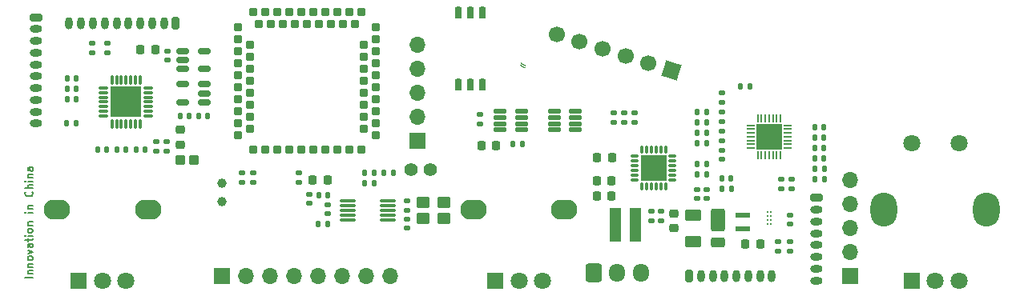
<source format=gbr>
%TF.GenerationSoftware,KiCad,Pcbnew,9.0.1+1*%
%TF.CreationDate,2025-05-26T16:30:20+08:00*%
%TF.ProjectId,audio_lab,61756469-6f5f-46c6-9162-2e6b69636164,rev?*%
%TF.SameCoordinates,Original*%
%TF.FileFunction,Soldermask,Top*%
%TF.FilePolarity,Negative*%
%FSLAX46Y46*%
G04 Gerber Fmt 4.6, Leading zero omitted, Abs format (unit mm)*
G04 Created by KiCad (PCBNEW 9.0.1+1) date 2025-05-26 16:30:20*
%MOMM*%
%LPD*%
G01*
G04 APERTURE LIST*
G04 Aperture macros list*
%AMRoundRect*
0 Rectangle with rounded corners*
0 $1 Rounding radius*
0 $2 $3 $4 $5 $6 $7 $8 $9 X,Y pos of 4 corners*
0 Add a 4 corners polygon primitive as box body*
4,1,4,$2,$3,$4,$5,$6,$7,$8,$9,$2,$3,0*
0 Add four circle primitives for the rounded corners*
1,1,$1+$1,$2,$3*
1,1,$1+$1,$4,$5*
1,1,$1+$1,$6,$7*
1,1,$1+$1,$8,$9*
0 Add four rect primitives between the rounded corners*
20,1,$1+$1,$2,$3,$4,$5,0*
20,1,$1+$1,$4,$5,$6,$7,0*
20,1,$1+$1,$6,$7,$8,$9,0*
20,1,$1+$1,$8,$9,$2,$3,0*%
%AMHorizOval*
0 Thick line with rounded ends*
0 $1 width*
0 $2 $3 position (X,Y) of the first rounded end (center of the circle)*
0 $4 $5 position (X,Y) of the second rounded end (center of the circle)*
0 Add line between two ends*
20,1,$1,$2,$3,$4,$5,0*
0 Add two circle primitives to create the rounded ends*
1,1,$1,$2,$3*
1,1,$1,$4,$5*%
%AMRotRect*
0 Rectangle, with rotation*
0 The origin of the aperture is its center*
0 $1 length*
0 $2 width*
0 $3 Rotation angle, in degrees counterclockwise*
0 Add horizontal line*
21,1,$1,$2,0,0,$3*%
G04 Aperture macros list end*
%ADD10C,0.100000*%
%ADD11C,0.152400*%
%ADD12RoundRect,0.150000X0.512500X0.150000X-0.512500X0.150000X-0.512500X-0.150000X0.512500X-0.150000X0*%
%ADD13RoundRect,0.135000X-0.185000X0.135000X-0.185000X-0.135000X0.185000X-0.135000X0.185000X0.135000X0*%
%ADD14RoundRect,0.140000X0.140000X0.170000X-0.140000X0.170000X-0.140000X-0.170000X0.140000X-0.170000X0*%
%ADD15RoundRect,0.140000X-0.170000X0.140000X-0.170000X-0.140000X0.170000X-0.140000X0.170000X0.140000X0*%
%ADD16RoundRect,0.075000X0.350000X0.075000X-0.350000X0.075000X-0.350000X-0.075000X0.350000X-0.075000X0*%
%ADD17RoundRect,0.075000X0.075000X0.350000X-0.075000X0.350000X-0.075000X-0.350000X0.075000X-0.350000X0*%
%ADD18R,2.700000X2.700000*%
%ADD19RoundRect,0.081000X0.324000X0.324000X-0.324000X0.324000X-0.324000X-0.324000X0.324000X-0.324000X0*%
%ADD20RoundRect,0.140000X0.170000X-0.140000X0.170000X0.140000X-0.170000X0.140000X-0.170000X-0.140000X0*%
%ADD21C,1.000000*%
%ADD22RoundRect,0.225000X-0.225000X-0.250000X0.225000X-0.250000X0.225000X0.250000X-0.225000X0.250000X0*%
%ADD23RoundRect,0.135000X0.135000X0.185000X-0.135000X0.185000X-0.135000X-0.185000X0.135000X-0.185000X0*%
%ADD24RoundRect,0.250000X0.500000X-0.950000X0.500000X0.950000X-0.500000X0.950000X-0.500000X-0.950000X0*%
%ADD25RoundRect,0.250000X0.500000X-0.275000X0.500000X0.275000X-0.500000X0.275000X-0.500000X-0.275000X0*%
%ADD26RoundRect,0.135000X0.185000X-0.135000X0.185000X0.135000X-0.185000X0.135000X-0.185000X-0.135000X0*%
%ADD27RoundRect,0.140000X-0.140000X-0.170000X0.140000X-0.170000X0.140000X0.170000X-0.140000X0.170000X0*%
%ADD28RoundRect,0.050000X-0.362500X-0.050000X0.362500X-0.050000X0.362500X0.050000X-0.362500X0.050000X0*%
%ADD29RoundRect,0.050000X-0.050000X-0.362500X0.050000X-0.362500X0.050000X0.362500X-0.050000X0.362500X0*%
%ADD30RoundRect,0.250000X0.450000X0.350000X-0.450000X0.350000X-0.450000X-0.350000X0.450000X-0.350000X0*%
%ADD31RoundRect,0.135000X-0.135000X-0.185000X0.135000X-0.185000X0.135000X0.185000X-0.135000X0.185000X0*%
%ADD32RoundRect,0.218750X-0.256250X0.218750X-0.256250X-0.218750X0.256250X-0.218750X0.256250X0.218750X0*%
%ADD33RoundRect,0.125000X0.537500X0.125000X-0.537500X0.125000X-0.537500X-0.125000X0.537500X-0.125000X0*%
%ADD34RoundRect,0.147500X-0.147500X-0.172500X0.147500X-0.172500X0.147500X0.172500X-0.147500X0.172500X0*%
%ADD35C,0.330000*%
%ADD36R,1.800000X1.800000*%
%ADD37C,1.800000*%
%ADD38O,2.800000X2.100000*%
%ADD39RoundRect,0.225000X0.225000X0.250000X-0.225000X0.250000X-0.225000X-0.250000X0.225000X-0.250000X0*%
%ADD40RoundRect,0.125000X-0.537500X-0.125000X0.537500X-0.125000X0.537500X0.125000X-0.537500X0.125000X0*%
%ADD41RoundRect,0.218750X-0.218750X-0.256250X0.218750X-0.256250X0.218750X0.256250X-0.218750X0.256250X0*%
%ADD42RoundRect,0.137500X-0.662500X0.137500X-0.662500X-0.137500X0.662500X-0.137500X0.662500X0.137500X0*%
%ADD43C,1.400000*%
%ADD44RoundRect,0.225000X-0.250000X0.225000X-0.250000X-0.225000X0.250000X-0.225000X0.250000X0.225000X0*%
%ADD45RoundRect,0.087500X0.725000X0.087500X-0.725000X0.087500X-0.725000X-0.087500X0.725000X-0.087500X0*%
%ADD46RoundRect,0.190000X-0.190000X0.445000X-0.190000X-0.445000X0.190000X-0.445000X0.190000X0.445000X0*%
%ADD47RoundRect,0.250000X-0.287500X-0.275000X0.287500X-0.275000X0.287500X0.275000X-0.287500X0.275000X0*%
%ADD48RoundRect,0.150000X-0.512500X-0.150000X0.512500X-0.150000X0.512500X0.150000X-0.512500X0.150000X0*%
%ADD49RoundRect,0.075000X0.412500X0.075000X-0.412500X0.075000X-0.412500X-0.075000X0.412500X-0.075000X0*%
%ADD50RoundRect,0.075000X0.075000X0.412500X-0.075000X0.412500X-0.075000X-0.412500X0.075000X-0.412500X0*%
%ADD51R,3.250000X3.250000*%
%ADD52O,2.800000X3.600000*%
%ADD53RoundRect,0.102000X0.500000X1.700000X-0.500000X1.700000X-0.500000X-1.700000X0.500000X-1.700000X0*%
%ADD54RoundRect,0.250000X0.625000X-0.375000X0.625000X0.375000X-0.625000X0.375000X-0.625000X-0.375000X0*%
%ADD55R,1.700000X1.700000*%
%ADD56O,1.700000X1.700000*%
%ADD57RotRect,1.700000X1.700000X72.699000*%
%ADD58HorizOval,1.700000X0.000000X0.000000X0.000000X0.000000X0*%
%ADD59RoundRect,0.200000X0.200000X0.450000X-0.200000X0.450000X-0.200000X-0.450000X0.200000X-0.450000X0*%
%ADD60O,0.800000X1.300000*%
%ADD61RoundRect,0.200000X-0.450000X0.200000X-0.450000X-0.200000X0.450000X-0.200000X0.450000X0.200000X0*%
%ADD62O,1.300000X0.800000*%
%ADD63RoundRect,0.250000X-0.600000X-0.725000X0.600000X-0.725000X0.600000X0.725000X-0.600000X0.725000X0*%
%ADD64O,1.700000X1.950000*%
%ADD65RoundRect,0.200000X-0.200000X-0.450000X0.200000X-0.450000X0.200000X0.450000X-0.200000X0.450000X0*%
G04 APERTURE END LIST*
D10*
X128625000Y-84687500D02*
X128634300Y-84694016D01*
X128643707Y-84700510D01*
X128653221Y-84706982D01*
X128662843Y-84713431D01*
X128672572Y-84719856D01*
X128682407Y-84726256D01*
X128692348Y-84732630D01*
X128702394Y-84738977D01*
X128712544Y-84745297D01*
X128722798Y-84751588D01*
X128733155Y-84757849D01*
X128743614Y-84764078D01*
X128754172Y-84770275D01*
X128764830Y-84776439D01*
X128775585Y-84782567D01*
X128786436Y-84788659D01*
X128797381Y-84794713D01*
X128808417Y-84800727D01*
X128819542Y-84806700D01*
X128830754Y-84812629D01*
X128842050Y-84818514D01*
X128853426Y-84824352D01*
X128864879Y-84830140D01*
X128876404Y-84835877D01*
X128887998Y-84841560D01*
X128899655Y-84847186D01*
X128911370Y-84852753D01*
X128923136Y-84858257D01*
X128934947Y-84863696D01*
X128946796Y-84869066D01*
X128958672Y-84874363D01*
X128970567Y-84879582D01*
X128982470Y-84884720D01*
X128994368Y-84889770D01*
X129006246Y-84894728D01*
X129018089Y-84899588D01*
X129029877Y-84904341D01*
X129041587Y-84908980D01*
X129053195Y-84913495D01*
X129064668Y-84917877D01*
X129075970Y-84922111D01*
X129087052Y-84926183D01*
X129097858Y-84930073D01*
X129108310Y-84933758D01*
X129118307Y-84937205D01*
X129127704Y-84940370D01*
X129136277Y-84943186D01*
X129143638Y-84945539D01*
X129148914Y-84947173D01*
X129150000Y-84947500D01*
X128675000Y-84462500D02*
X128683242Y-84468860D01*
X128691625Y-84475229D01*
X128700148Y-84481604D01*
X128708814Y-84487986D01*
X128717620Y-84494375D01*
X128726570Y-84500768D01*
X128735661Y-84507165D01*
X128744895Y-84513565D01*
X128754271Y-84519967D01*
X128763789Y-84526371D01*
X128773450Y-84532774D01*
X128783252Y-84539177D01*
X128793195Y-84545576D01*
X128803278Y-84551972D01*
X128813500Y-84558362D01*
X128823860Y-84564745D01*
X128834357Y-84571120D01*
X128844989Y-84577484D01*
X128855754Y-84583835D01*
X128866650Y-84590172D01*
X128877674Y-84596492D01*
X128888823Y-84602793D01*
X128900094Y-84609072D01*
X128911482Y-84615327D01*
X128922983Y-84621553D01*
X128934592Y-84627749D01*
X128946303Y-84633910D01*
X128958109Y-84640033D01*
X128970002Y-84646112D01*
X128981973Y-84652144D01*
X128994013Y-84658122D01*
X129006109Y-84664042D01*
X129018249Y-84669896D01*
X129030415Y-84675676D01*
X129042590Y-84681376D01*
X129054753Y-84686984D01*
X129066877Y-84692489D01*
X129078933Y-84697880D01*
X129090882Y-84703139D01*
X129102679Y-84708248D01*
X129114267Y-84713185D01*
X129125571Y-84717921D01*
X129136492Y-84722416D01*
X129146891Y-84726619D01*
X129156561Y-84730453D01*
X129165160Y-84733792D01*
X129171997Y-84736387D01*
X129175000Y-84737500D01*
D11*
X77142603Y-107193713D02*
X76329803Y-107193713D01*
X76600737Y-106806665D02*
X77142603Y-106806665D01*
X76678146Y-106806665D02*
X76639441Y-106767960D01*
X76639441Y-106767960D02*
X76600737Y-106690550D01*
X76600737Y-106690550D02*
X76600737Y-106574436D01*
X76600737Y-106574436D02*
X76639441Y-106497027D01*
X76639441Y-106497027D02*
X76716851Y-106458322D01*
X76716851Y-106458322D02*
X77142603Y-106458322D01*
X76600737Y-106071275D02*
X77142603Y-106071275D01*
X76678146Y-106071275D02*
X76639441Y-106032570D01*
X76639441Y-106032570D02*
X76600737Y-105955160D01*
X76600737Y-105955160D02*
X76600737Y-105839046D01*
X76600737Y-105839046D02*
X76639441Y-105761637D01*
X76639441Y-105761637D02*
X76716851Y-105722932D01*
X76716851Y-105722932D02*
X77142603Y-105722932D01*
X77142603Y-105219770D02*
X77103899Y-105297180D01*
X77103899Y-105297180D02*
X77065194Y-105335885D01*
X77065194Y-105335885D02*
X76987784Y-105374589D01*
X76987784Y-105374589D02*
X76755556Y-105374589D01*
X76755556Y-105374589D02*
X76678146Y-105335885D01*
X76678146Y-105335885D02*
X76639441Y-105297180D01*
X76639441Y-105297180D02*
X76600737Y-105219770D01*
X76600737Y-105219770D02*
X76600737Y-105103656D01*
X76600737Y-105103656D02*
X76639441Y-105026247D01*
X76639441Y-105026247D02*
X76678146Y-104987542D01*
X76678146Y-104987542D02*
X76755556Y-104948837D01*
X76755556Y-104948837D02*
X76987784Y-104948837D01*
X76987784Y-104948837D02*
X77065194Y-104987542D01*
X77065194Y-104987542D02*
X77103899Y-105026247D01*
X77103899Y-105026247D02*
X77142603Y-105103656D01*
X77142603Y-105103656D02*
X77142603Y-105219770D01*
X76600737Y-104677904D02*
X77142603Y-104484380D01*
X77142603Y-104484380D02*
X76600737Y-104290857D01*
X77142603Y-103632876D02*
X76716851Y-103632876D01*
X76716851Y-103632876D02*
X76639441Y-103671581D01*
X76639441Y-103671581D02*
X76600737Y-103748990D01*
X76600737Y-103748990D02*
X76600737Y-103903809D01*
X76600737Y-103903809D02*
X76639441Y-103981219D01*
X77103899Y-103632876D02*
X77142603Y-103710285D01*
X77142603Y-103710285D02*
X77142603Y-103903809D01*
X77142603Y-103903809D02*
X77103899Y-103981219D01*
X77103899Y-103981219D02*
X77026489Y-104019923D01*
X77026489Y-104019923D02*
X76949079Y-104019923D01*
X76949079Y-104019923D02*
X76871670Y-103981219D01*
X76871670Y-103981219D02*
X76832965Y-103903809D01*
X76832965Y-103903809D02*
X76832965Y-103710285D01*
X76832965Y-103710285D02*
X76794260Y-103632876D01*
X76600737Y-103361943D02*
X76600737Y-103052305D01*
X76329803Y-103245829D02*
X77026489Y-103245829D01*
X77026489Y-103245829D02*
X77103899Y-103207124D01*
X77103899Y-103207124D02*
X77142603Y-103129714D01*
X77142603Y-103129714D02*
X77142603Y-103052305D01*
X77142603Y-102781372D02*
X76600737Y-102781372D01*
X76329803Y-102781372D02*
X76368508Y-102820076D01*
X76368508Y-102820076D02*
X76407213Y-102781372D01*
X76407213Y-102781372D02*
X76368508Y-102742667D01*
X76368508Y-102742667D02*
X76329803Y-102781372D01*
X76329803Y-102781372D02*
X76407213Y-102781372D01*
X77142603Y-102278209D02*
X77103899Y-102355619D01*
X77103899Y-102355619D02*
X77065194Y-102394324D01*
X77065194Y-102394324D02*
X76987784Y-102433028D01*
X76987784Y-102433028D02*
X76755556Y-102433028D01*
X76755556Y-102433028D02*
X76678146Y-102394324D01*
X76678146Y-102394324D02*
X76639441Y-102355619D01*
X76639441Y-102355619D02*
X76600737Y-102278209D01*
X76600737Y-102278209D02*
X76600737Y-102162095D01*
X76600737Y-102162095D02*
X76639441Y-102084686D01*
X76639441Y-102084686D02*
X76678146Y-102045981D01*
X76678146Y-102045981D02*
X76755556Y-102007276D01*
X76755556Y-102007276D02*
X76987784Y-102007276D01*
X76987784Y-102007276D02*
X77065194Y-102045981D01*
X77065194Y-102045981D02*
X77103899Y-102084686D01*
X77103899Y-102084686D02*
X77142603Y-102162095D01*
X77142603Y-102162095D02*
X77142603Y-102278209D01*
X76600737Y-101658934D02*
X77142603Y-101658934D01*
X76678146Y-101658934D02*
X76639441Y-101620229D01*
X76639441Y-101620229D02*
X76600737Y-101542819D01*
X76600737Y-101542819D02*
X76600737Y-101426705D01*
X76600737Y-101426705D02*
X76639441Y-101349296D01*
X76639441Y-101349296D02*
X76716851Y-101310591D01*
X76716851Y-101310591D02*
X77142603Y-101310591D01*
X77142603Y-100304268D02*
X76600737Y-100304268D01*
X76329803Y-100304268D02*
X76368508Y-100342972D01*
X76368508Y-100342972D02*
X76407213Y-100304268D01*
X76407213Y-100304268D02*
X76368508Y-100265563D01*
X76368508Y-100265563D02*
X76329803Y-100304268D01*
X76329803Y-100304268D02*
X76407213Y-100304268D01*
X76600737Y-99917220D02*
X77142603Y-99917220D01*
X76678146Y-99917220D02*
X76639441Y-99878515D01*
X76639441Y-99878515D02*
X76600737Y-99801105D01*
X76600737Y-99801105D02*
X76600737Y-99684991D01*
X76600737Y-99684991D02*
X76639441Y-99607582D01*
X76639441Y-99607582D02*
X76716851Y-99568877D01*
X76716851Y-99568877D02*
X77142603Y-99568877D01*
X77065194Y-98098097D02*
X77103899Y-98136801D01*
X77103899Y-98136801D02*
X77142603Y-98252916D01*
X77142603Y-98252916D02*
X77142603Y-98330325D01*
X77142603Y-98330325D02*
X77103899Y-98446439D01*
X77103899Y-98446439D02*
X77026489Y-98523849D01*
X77026489Y-98523849D02*
X76949079Y-98562554D01*
X76949079Y-98562554D02*
X76794260Y-98601258D01*
X76794260Y-98601258D02*
X76678146Y-98601258D01*
X76678146Y-98601258D02*
X76523327Y-98562554D01*
X76523327Y-98562554D02*
X76445918Y-98523849D01*
X76445918Y-98523849D02*
X76368508Y-98446439D01*
X76368508Y-98446439D02*
X76329803Y-98330325D01*
X76329803Y-98330325D02*
X76329803Y-98252916D01*
X76329803Y-98252916D02*
X76368508Y-98136801D01*
X76368508Y-98136801D02*
X76407213Y-98098097D01*
X77142603Y-97749754D02*
X76329803Y-97749754D01*
X77142603Y-97401411D02*
X76716851Y-97401411D01*
X76716851Y-97401411D02*
X76639441Y-97440116D01*
X76639441Y-97440116D02*
X76600737Y-97517525D01*
X76600737Y-97517525D02*
X76600737Y-97633639D01*
X76600737Y-97633639D02*
X76639441Y-97711049D01*
X76639441Y-97711049D02*
X76678146Y-97749754D01*
X77142603Y-97014364D02*
X76600737Y-97014364D01*
X76329803Y-97014364D02*
X76368508Y-97053068D01*
X76368508Y-97053068D02*
X76407213Y-97014364D01*
X76407213Y-97014364D02*
X76368508Y-96975659D01*
X76368508Y-96975659D02*
X76329803Y-97014364D01*
X76329803Y-97014364D02*
X76407213Y-97014364D01*
X76600737Y-96627316D02*
X77142603Y-96627316D01*
X76678146Y-96627316D02*
X76639441Y-96588611D01*
X76639441Y-96588611D02*
X76600737Y-96511201D01*
X76600737Y-96511201D02*
X76600737Y-96395087D01*
X76600737Y-96395087D02*
X76639441Y-96317678D01*
X76639441Y-96317678D02*
X76716851Y-96278973D01*
X76716851Y-96278973D02*
X77142603Y-96278973D01*
X77142603Y-95543583D02*
X76716851Y-95543583D01*
X76716851Y-95543583D02*
X76639441Y-95582288D01*
X76639441Y-95582288D02*
X76600737Y-95659697D01*
X76600737Y-95659697D02*
X76600737Y-95814516D01*
X76600737Y-95814516D02*
X76639441Y-95891926D01*
X77103899Y-95543583D02*
X77142603Y-95620992D01*
X77142603Y-95620992D02*
X77142603Y-95814516D01*
X77142603Y-95814516D02*
X77103899Y-95891926D01*
X77103899Y-95891926D02*
X77026489Y-95930630D01*
X77026489Y-95930630D02*
X76949079Y-95930630D01*
X76949079Y-95930630D02*
X76871670Y-95891926D01*
X76871670Y-95891926D02*
X76832965Y-95814516D01*
X76832965Y-95814516D02*
X76832965Y-95620992D01*
X76832965Y-95620992D02*
X76794260Y-95543583D01*
D12*
%TO.C,U7*%
X95287500Y-88637500D03*
X95287500Y-87687500D03*
X95287500Y-86737500D03*
X93012500Y-86737500D03*
X93012500Y-88637500D03*
%TD*%
D13*
%TO.C,R28*%
X157150000Y-103367500D03*
X157150000Y-104387500D03*
%TD*%
D14*
%TO.C,C25*%
X84930000Y-93687500D03*
X83970000Y-93687500D03*
%TD*%
D15*
%TO.C,C16*%
X83450000Y-82407500D03*
X83450000Y-83367500D03*
%TD*%
D16*
%TO.C,U1*%
X144725000Y-96837500D03*
X144725000Y-96337500D03*
X144725000Y-95837500D03*
X144725000Y-95337500D03*
X144725000Y-94837500D03*
X144725000Y-94337500D03*
D17*
X144000000Y-93612500D03*
X143500000Y-93612500D03*
X143000000Y-93612500D03*
X142500000Y-93612500D03*
X142000000Y-93612500D03*
X141500000Y-93612500D03*
D16*
X140775000Y-94337500D03*
X140775000Y-94837500D03*
X140775000Y-95337500D03*
X140775000Y-95837500D03*
X140775000Y-96337500D03*
X140775000Y-96837500D03*
D17*
X141500000Y-97562500D03*
X142000000Y-97562500D03*
X142500000Y-97562500D03*
X143000000Y-97562500D03*
X143500000Y-97562500D03*
X144000000Y-97562500D03*
D18*
X142750000Y-95587500D03*
%TD*%
D19*
%TO.C,U2*%
X113405000Y-92102500D03*
X113405000Y-90832500D03*
X113405000Y-89562500D03*
X113405000Y-88292500D03*
X113405000Y-87022500D03*
X113405000Y-85752500D03*
X113405000Y-84482500D03*
X113405000Y-83212500D03*
X113405000Y-81942500D03*
X113405000Y-80672500D03*
X112135000Y-91467500D03*
X112135000Y-90197500D03*
X112135000Y-88927500D03*
X112135000Y-87657500D03*
X112135000Y-86387500D03*
X112135000Y-85117500D03*
X112135000Y-83847500D03*
X112135000Y-82577500D03*
X111820000Y-79087500D03*
X110550000Y-79087500D03*
X109280000Y-79087500D03*
X108010000Y-79087500D03*
X106740000Y-79087500D03*
X105470000Y-79087500D03*
X104200000Y-79087500D03*
X102930000Y-79087500D03*
X101660000Y-79087500D03*
X100390000Y-79087500D03*
X111185000Y-80357500D03*
X109915000Y-80357500D03*
X108645000Y-80357500D03*
X107375000Y-80357500D03*
X106105000Y-80357500D03*
X104835000Y-80357500D03*
X103565000Y-80357500D03*
X102295000Y-80357500D03*
X101025000Y-80357500D03*
X98805000Y-80672500D03*
X98805000Y-81942500D03*
X98805000Y-83212500D03*
X98805000Y-84482500D03*
X98805000Y-85752500D03*
X98805000Y-87022500D03*
X98805000Y-88292500D03*
X98805000Y-89562500D03*
X98805000Y-90832500D03*
X98805000Y-92102500D03*
X100075000Y-82577500D03*
X100075000Y-83847500D03*
X100075000Y-85117500D03*
X100075000Y-86387500D03*
X100075000Y-87657500D03*
X100075000Y-88927500D03*
X100075000Y-90197500D03*
X100075000Y-91467500D03*
X100390000Y-93687500D03*
X101660000Y-93687500D03*
X102930000Y-93687500D03*
X104200000Y-93687500D03*
X105470000Y-93687500D03*
X106740000Y-93687500D03*
X108010000Y-93687500D03*
X109280000Y-93687500D03*
X110550000Y-93687500D03*
X111820000Y-93687500D03*
%TD*%
D20*
%TO.C,C43*%
X91350000Y-84197500D03*
X91350000Y-83237500D03*
%TD*%
D21*
%TO.C,READY*%
X97150000Y-99187500D03*
%TD*%
D22*
%TO.C,C3*%
X136750000Y-98587500D03*
X138300000Y-98587500D03*
%TD*%
D15*
%TO.C,C39*%
X116700000Y-99107500D03*
X116700000Y-100067500D03*
%TD*%
D23*
%TO.C,R3*%
X152960000Y-86987500D03*
X151940000Y-86987500D03*
%TD*%
D14*
%TO.C,C21*%
X81730000Y-86087500D03*
X80770000Y-86087500D03*
%TD*%
%TO.C,C17*%
X89030000Y-93687500D03*
X88070000Y-93687500D03*
%TD*%
D20*
%TO.C,C6*%
X142500000Y-101147500D03*
X142500000Y-100187500D03*
%TD*%
D24*
%TO.C,D1*%
X149525000Y-101137500D03*
D25*
X149525000Y-103512500D03*
%TD*%
D14*
%TO.C,C20*%
X81730000Y-87187500D03*
X80770000Y-87187500D03*
%TD*%
D26*
%TO.C,R25*%
X99250000Y-97147500D03*
X99250000Y-96127500D03*
%TD*%
D27*
%TO.C,C32*%
X159770000Y-91287500D03*
X160730000Y-91287500D03*
%TD*%
D28*
%TO.C,U5*%
X152987500Y-91087500D03*
X152987500Y-91487500D03*
X152987500Y-91887500D03*
X152987500Y-92287500D03*
X152987500Y-92687500D03*
X152987500Y-93087500D03*
X152987500Y-93487500D03*
D29*
X153750000Y-94250000D03*
X154150000Y-94250000D03*
X154550000Y-94250000D03*
X154950000Y-94250000D03*
X155350000Y-94250000D03*
X155750000Y-94250000D03*
X156150000Y-94250000D03*
D28*
X156912500Y-93487500D03*
X156912500Y-93087500D03*
X156912500Y-92687500D03*
X156912500Y-92287500D03*
X156912500Y-91887500D03*
X156912500Y-91487500D03*
X156912500Y-91087500D03*
D29*
X156150000Y-90325000D03*
X155750000Y-90325000D03*
X155350000Y-90325000D03*
X154950000Y-90325000D03*
X154550000Y-90325000D03*
X154150000Y-90325000D03*
X153750000Y-90325000D03*
D18*
X154950000Y-92287500D03*
%TD*%
D26*
%TO.C,R2*%
X149950000Y-88697500D03*
X149950000Y-87677500D03*
%TD*%
D30*
%TO.C,X1*%
X120550000Y-99237500D03*
X118350000Y-99237500D03*
X118350000Y-100937500D03*
X120550000Y-100937500D03*
%TD*%
D31*
%TO.C,R18*%
X147340000Y-92987500D03*
X148360000Y-92987500D03*
%TD*%
D23*
%TO.C,R17*%
X148360000Y-91887500D03*
X147340000Y-91887500D03*
%TD*%
D15*
%TO.C,C8*%
X143550000Y-100187500D03*
X143550000Y-101147500D03*
%TD*%
D32*
%TO.C,L4*%
X92712500Y-91531250D03*
X92712500Y-93106250D03*
%TD*%
D26*
%TO.C,R34*%
X105250000Y-97147500D03*
X105250000Y-96127500D03*
%TD*%
D13*
%TO.C,R7*%
X140750000Y-89767500D03*
X140750000Y-90787500D03*
%TD*%
D23*
%TO.C,R20*%
X113210000Y-97187500D03*
X112190000Y-97187500D03*
%TD*%
D22*
%TO.C,C40*%
X124575000Y-93187500D03*
X126125000Y-93187500D03*
%TD*%
D33*
%TO.C,U8*%
X128787500Y-91571500D03*
X128787500Y-90921500D03*
X128787500Y-90271500D03*
X128787500Y-89621500D03*
X126512500Y-89621500D03*
X126512500Y-90271500D03*
X126512500Y-90921500D03*
X126512500Y-91571500D03*
%TD*%
D20*
%TO.C,C37*%
X106400000Y-99367500D03*
X106400000Y-98407500D03*
%TD*%
D31*
%TO.C,R15*%
X147340000Y-89687500D03*
X148360000Y-89687500D03*
%TD*%
D14*
%TO.C,C35*%
X150930000Y-96687500D03*
X149970000Y-96687500D03*
%TD*%
D22*
%TO.C,C14*%
X152450820Y-103625900D03*
X154000820Y-103625900D03*
%TD*%
D31*
%TO.C,R10*%
X159750000Y-95687500D03*
X160770000Y-95687500D03*
%TD*%
%TO.C,R31*%
X112190000Y-96087500D03*
X113210000Y-96087500D03*
%TD*%
D13*
%TO.C,R33*%
X90200000Y-92787500D03*
X90200000Y-93807500D03*
%TD*%
%TO.C,R5*%
X149950000Y-91687500D03*
X149950000Y-92707500D03*
%TD*%
D14*
%TO.C,C31*%
X160730000Y-93487500D03*
X159770000Y-93487500D03*
%TD*%
D34*
%TO.C,FB1*%
X107342500Y-98487500D03*
X108312500Y-98487500D03*
%TD*%
D35*
%TO.C,U3*%
X154750000Y-100287500D03*
X155150000Y-100287500D03*
X154750000Y-100687500D03*
X155150000Y-100687500D03*
X154750000Y-101087500D03*
X155150000Y-101087500D03*
X154750000Y-101487500D03*
X155150000Y-101487500D03*
%TD*%
D23*
%TO.C,R26*%
X148360000Y-95187500D03*
X147340000Y-95187500D03*
%TD*%
D36*
%TO.C,RV1*%
X82000000Y-107500000D03*
D37*
X84500000Y-107500000D03*
X87000000Y-107500000D03*
D38*
X79700000Y-100000000D03*
X89300000Y-100000000D03*
%TD*%
D14*
%TO.C,C22*%
X87000000Y-93687500D03*
X86040000Y-93687500D03*
%TD*%
D39*
%TO.C,C7*%
X138325000Y-94487500D03*
X136775000Y-94487500D03*
%TD*%
D40*
%TO.C,U10*%
X132230000Y-89621500D03*
X132230000Y-90271500D03*
X132230000Y-90921500D03*
X132230000Y-91571500D03*
X134505000Y-91571500D03*
X134505000Y-90921500D03*
X134505000Y-90271500D03*
X134505000Y-89621500D03*
%TD*%
D27*
%TO.C,C42*%
X127890000Y-93037500D03*
X128850000Y-93037500D03*
%TD*%
D14*
%TO.C,C26*%
X95630000Y-90137500D03*
X94670000Y-90137500D03*
%TD*%
D27*
%TO.C,C27*%
X92712500Y-90137500D03*
X93672500Y-90137500D03*
%TD*%
D20*
%TO.C,C41*%
X124350000Y-90912500D03*
X124350000Y-89952500D03*
%TD*%
D14*
%TO.C,C33*%
X160730000Y-92387500D03*
X159770000Y-92387500D03*
%TD*%
D22*
%TO.C,C2*%
X136762500Y-96987500D03*
X138312500Y-96987500D03*
%TD*%
D31*
%TO.C,R30*%
X80740000Y-90887500D03*
X81760000Y-90887500D03*
%TD*%
D26*
%TO.C,R8*%
X138550000Y-90797500D03*
X138550000Y-89777500D03*
%TD*%
D20*
%TO.C,C24*%
X155850000Y-104367500D03*
X155850000Y-103407500D03*
%TD*%
D41*
%TO.C,D2*%
X106712500Y-96887500D03*
X108287500Y-96887500D03*
%TD*%
D31*
%TO.C,R16*%
X147340000Y-90787500D03*
X148360000Y-90787500D03*
%TD*%
D42*
%TO.C,L3*%
X152150050Y-100562500D03*
X152150050Y-102012500D03*
%TD*%
D21*
%TO.C,DONE*%
X97150000Y-97187500D03*
%TD*%
D23*
%TO.C,R9*%
X160770000Y-96787500D03*
X159750000Y-96787500D03*
%TD*%
%TO.C,R1*%
X148360000Y-96287500D03*
X147340000Y-96287500D03*
%TD*%
D20*
%TO.C,C30*%
X149950000Y-94667500D03*
X149950000Y-93707500D03*
%TD*%
D43*
%TO.C,CONFIG*%
X117150000Y-95787500D03*
X119150000Y-95787500D03*
%TD*%
D36*
%TO.C,RV2*%
X126000000Y-107500000D03*
D37*
X128500000Y-107500000D03*
X131000000Y-107500000D03*
D38*
X123700000Y-100000000D03*
X133300000Y-100000000D03*
%TD*%
D44*
%TO.C,C1*%
X144875000Y-100412500D03*
X144875000Y-101962500D03*
%TD*%
D15*
%TO.C,C5*%
X148350000Y-97857500D03*
X148350000Y-98817500D03*
%TD*%
D23*
%TO.C,R23*%
X115210000Y-96087500D03*
X114190000Y-96087500D03*
%TD*%
D45*
%TO.C,U11*%
X114650000Y-101087500D03*
X114650000Y-100587500D03*
X114650000Y-100087500D03*
X114650000Y-99587500D03*
X114650000Y-99087500D03*
X110425000Y-99087500D03*
X110425000Y-99587500D03*
X110425000Y-100087500D03*
X110425000Y-100587500D03*
X110425000Y-101087500D03*
%TD*%
D20*
%TO.C,C19*%
X85050000Y-83367500D03*
X85050000Y-82407500D03*
%TD*%
D31*
%TO.C,R11*%
X149940000Y-97787500D03*
X150960000Y-97787500D03*
%TD*%
D46*
%TO.C,SW2*%
X124650000Y-79177500D03*
X123380000Y-79177500D03*
X122110000Y-79177500D03*
X122110000Y-86797500D03*
X123380000Y-86797500D03*
X124650000Y-86797500D03*
%TD*%
D20*
%TO.C,C36*%
X108337500Y-100467500D03*
X108337500Y-99507500D03*
%TD*%
D47*
%TO.C,C28*%
X92712500Y-94775000D03*
X94137500Y-94775000D03*
%TD*%
D31*
%TO.C,R14*%
X107317500Y-101487500D03*
X108337500Y-101487500D03*
%TD*%
D48*
%TO.C,U12*%
X93000000Y-83237500D03*
X93000000Y-84187500D03*
X93000000Y-85137500D03*
X95275000Y-85137500D03*
X95275000Y-83237500D03*
%TD*%
D41*
%TO.C,FB2*%
X88500000Y-83087500D03*
X90075000Y-83087500D03*
%TD*%
D49*
%TO.C,U6*%
X89362500Y-90112500D03*
X89362500Y-89612500D03*
X89362500Y-89112500D03*
X89362500Y-88612500D03*
X89362500Y-88112500D03*
X89362500Y-87612500D03*
X89362500Y-87112500D03*
D50*
X88500000Y-86250000D03*
X88000000Y-86250000D03*
X87500000Y-86250000D03*
X87000000Y-86250000D03*
X86500000Y-86250000D03*
X86000000Y-86250000D03*
X85500000Y-86250000D03*
D49*
X84637500Y-87112500D03*
X84637500Y-87612500D03*
X84637500Y-88112500D03*
X84637500Y-88612500D03*
X84637500Y-89112500D03*
X84637500Y-89612500D03*
X84637500Y-90112500D03*
D50*
X85500000Y-90975000D03*
X86000000Y-90975000D03*
X86500000Y-90975000D03*
X87000000Y-90975000D03*
X87500000Y-90975000D03*
X88000000Y-90975000D03*
X88500000Y-90975000D03*
D51*
X87000000Y-88612500D03*
%TD*%
D13*
%TO.C,R12*%
X157350000Y-96777500D03*
X157350000Y-97797500D03*
%TD*%
D36*
%TO.C,SW1*%
X170000000Y-107500000D03*
D37*
X175000000Y-107500000D03*
X172500000Y-107500000D03*
D52*
X167100000Y-100000000D03*
X177900000Y-100000000D03*
D37*
X170000000Y-93000000D03*
X175000000Y-93000000D03*
%TD*%
D14*
%TO.C,C18*%
X81730000Y-88287500D03*
X80770000Y-88287500D03*
%TD*%
D15*
%TO.C,C12*%
X156250000Y-96807500D03*
X156250000Y-97767500D03*
%TD*%
D13*
%TO.C,R32*%
X91250000Y-92787500D03*
X91250000Y-93807500D03*
%TD*%
D26*
%TO.C,R24*%
X100400000Y-97147500D03*
X100400000Y-96127500D03*
%TD*%
D13*
%TO.C,R6*%
X139650000Y-89777500D03*
X139650000Y-90797500D03*
%TD*%
D27*
%TO.C,C11*%
X159780000Y-94587500D03*
X160740000Y-94587500D03*
%TD*%
D53*
%TO.C,L1*%
X140800000Y-101587500D03*
X138700000Y-101587500D03*
%TD*%
D20*
%TO.C,C38*%
X116700000Y-101947500D03*
X116700000Y-100987500D03*
%TD*%
%TO.C,C23*%
X149950000Y-90667500D03*
X149950000Y-89707500D03*
%TD*%
D15*
%TO.C,C13*%
X157150050Y-100587500D03*
X157150050Y-101547500D03*
%TD*%
%TO.C,C4*%
X147350000Y-97857500D03*
X147350000Y-98817500D03*
%TD*%
D54*
%TO.C,F1*%
X146950000Y-103387500D03*
X146950000Y-100587500D03*
%TD*%
D55*
%TO.C,J13*%
X117750000Y-92722500D03*
D56*
X117750000Y-90182500D03*
X117750000Y-87642500D03*
X117750000Y-85102500D03*
X117750000Y-82562500D03*
%TD*%
D57*
%TO.C,J5*%
X144625396Y-85276873D03*
D58*
X142200317Y-84521498D03*
X139775238Y-83766124D03*
X137350158Y-83010749D03*
X134925079Y-82255375D03*
X132500000Y-81500000D03*
%TD*%
D59*
%TO.C,J12*%
X92250000Y-80250000D03*
D60*
X91000000Y-80250000D03*
X89750000Y-80250000D03*
X88500000Y-80250000D03*
X87250000Y-80250000D03*
X86000000Y-80250000D03*
X84750000Y-80250000D03*
X83500000Y-80250000D03*
X82250000Y-80250000D03*
X81000000Y-80250000D03*
%TD*%
D55*
%TO.C,J6*%
X97125000Y-107000000D03*
D56*
X99665000Y-107000000D03*
X102205000Y-107000000D03*
X104745000Y-107000000D03*
X107285000Y-107000000D03*
X109825000Y-107000000D03*
X112365000Y-107000000D03*
X114905000Y-107000000D03*
%TD*%
D55*
%TO.C,J4*%
X163500000Y-107000000D03*
D56*
X163500000Y-104460000D03*
X163500000Y-101920000D03*
X163500000Y-99380000D03*
X163500000Y-96840000D03*
%TD*%
D61*
%TO.C,J3*%
X159955000Y-98762500D03*
D62*
X159955000Y-100012500D03*
X159955000Y-101262500D03*
X159955000Y-102512500D03*
X159955000Y-103762500D03*
X159955000Y-105012500D03*
X159955000Y-106262500D03*
X159955000Y-107512500D03*
%TD*%
D63*
%TO.C,J2*%
X136400000Y-106712500D03*
D64*
X138900000Y-106712500D03*
X141400000Y-106712500D03*
%TD*%
D65*
%TO.C,J1*%
X146500000Y-107000000D03*
D60*
X147750000Y-107000000D03*
X149000000Y-107000000D03*
X150250000Y-107000000D03*
X151500000Y-107000000D03*
X152750000Y-107000000D03*
X154000000Y-107000000D03*
X155250000Y-107000000D03*
%TD*%
D61*
%TO.C,J11*%
X77500000Y-79650000D03*
D62*
X77500000Y-80900000D03*
X77500000Y-82150000D03*
X77500000Y-83400000D03*
X77500000Y-84650000D03*
X77500000Y-85900000D03*
X77500000Y-87150000D03*
X77500000Y-88400000D03*
X77500000Y-89650000D03*
X77500000Y-90900000D03*
%TD*%
M02*

</source>
